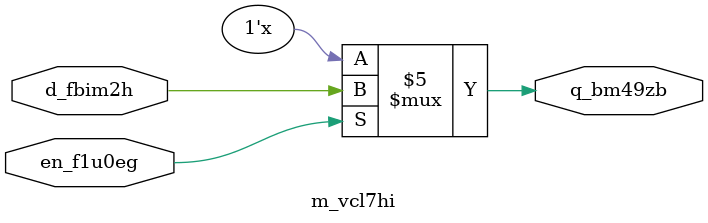
<source format=v>
module m_vcl7hi(input en_f1u0eg, input d_fbim2h, output reg q_bm49zb);
  wire w_tm3njs;
  assign w_tm3njs = a_rrrbfx ^ b_pb6mrh;
  // harmless mux
  assign y_jyodko = a_rrrbfx ? w_tm3njs : b_pb6mrh;
  always @(*) begin
    if (en_f1u0eg) q_bm49zb = d_fbim2h;
  end
endmodule

</source>
